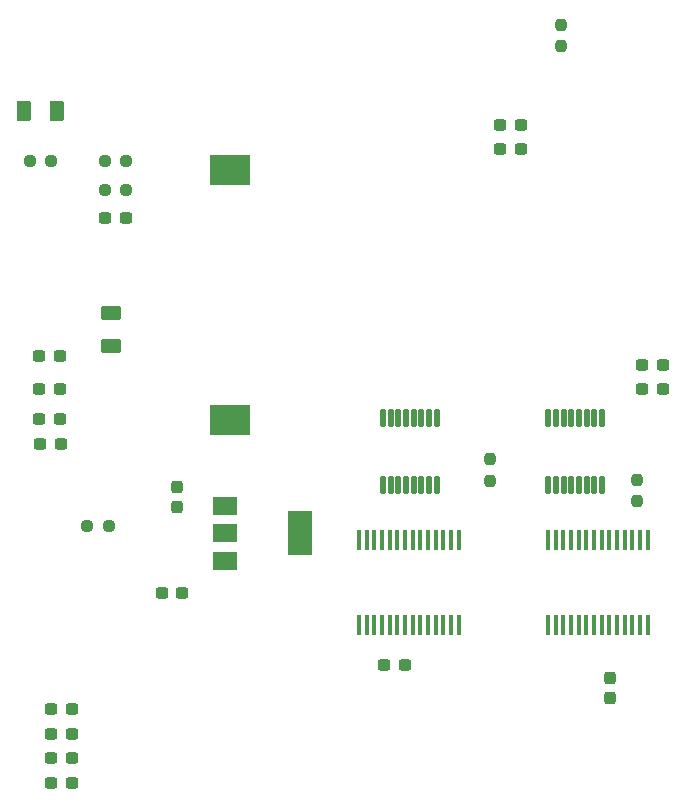
<source format=gtp>
%TF.GenerationSoftware,KiCad,Pcbnew,(5.99.0-13294-g19fc8c6d98)*%
%TF.CreationDate,2021-11-25T20:45:43+01:00*%
%TF.ProjectId,easyrelay,65617379-7265-46c6-9179-2e6b69636164,rev?*%
%TF.SameCoordinates,Original*%
%TF.FileFunction,Paste,Top*%
%TF.FilePolarity,Positive*%
%FSLAX46Y46*%
G04 Gerber Fmt 4.6, Leading zero omitted, Abs format (unit mm)*
G04 Created by KiCad (PCBNEW (5.99.0-13294-g19fc8c6d98)) date 2021-11-25 20:45:44*
%MOMM*%
%LPD*%
G01*
G04 APERTURE LIST*
G04 Aperture macros list*
%AMRoundRect*
0 Rectangle with rounded corners*
0 $1 Rounding radius*
0 $2 $3 $4 $5 $6 $7 $8 $9 X,Y pos of 4 corners*
0 Add a 4 corners polygon primitive as box body*
4,1,4,$2,$3,$4,$5,$6,$7,$8,$9,$2,$3,0*
0 Add four circle primitives for the rounded corners*
1,1,$1+$1,$2,$3*
1,1,$1+$1,$4,$5*
1,1,$1+$1,$6,$7*
1,1,$1+$1,$8,$9*
0 Add four rect primitives between the rounded corners*
20,1,$1+$1,$2,$3,$4,$5,0*
20,1,$1+$1,$4,$5,$6,$7,0*
20,1,$1+$1,$6,$7,$8,$9,0*
20,1,$1+$1,$8,$9,$2,$3,0*%
G04 Aperture macros list end*
%ADD10RoundRect,0.112500X0.112500X-0.637500X0.112500X0.637500X-0.112500X0.637500X-0.112500X-0.637500X0*%
%ADD11R,3.500000X2.600000*%
%ADD12RoundRect,0.237500X-0.250000X-0.237500X0.250000X-0.237500X0.250000X0.237500X-0.250000X0.237500X0*%
%ADD13RoundRect,0.237500X0.300000X0.237500X-0.300000X0.237500X-0.300000X-0.237500X0.300000X-0.237500X0*%
%ADD14RoundRect,0.237500X0.237500X-0.250000X0.237500X0.250000X-0.237500X0.250000X-0.237500X-0.250000X0*%
%ADD15RoundRect,0.237500X0.237500X-0.300000X0.237500X0.300000X-0.237500X0.300000X-0.237500X-0.300000X0*%
%ADD16RoundRect,0.237500X-0.237500X0.300000X-0.237500X-0.300000X0.237500X-0.300000X0.237500X0.300000X0*%
%ADD17R,0.450000X1.750000*%
%ADD18RoundRect,0.237500X0.250000X0.237500X-0.250000X0.237500X-0.250000X-0.237500X0.250000X-0.237500X0*%
%ADD19R,2.000000X1.500000*%
%ADD20R,2.000000X3.800000*%
%ADD21RoundRect,0.237500X-0.300000X-0.237500X0.300000X-0.237500X0.300000X0.237500X-0.300000X0.237500X0*%
%ADD22RoundRect,0.250000X-0.375000X-0.625000X0.375000X-0.625000X0.375000X0.625000X-0.375000X0.625000X0*%
%ADD23RoundRect,0.250000X-0.625000X0.375000X-0.625000X-0.375000X0.625000X-0.375000X0.625000X0.375000X0*%
G04 APERTURE END LIST*
D10*
%TO.C,U2*%
X156625000Y-91962500D03*
X157275000Y-91962500D03*
X157925000Y-91962500D03*
X158575000Y-91962500D03*
X159225000Y-91962500D03*
X159875000Y-91962500D03*
X160525000Y-91962500D03*
X161175000Y-91962500D03*
X161175000Y-86237500D03*
X160525000Y-86237500D03*
X159875000Y-86237500D03*
X159225000Y-86237500D03*
X158575000Y-86237500D03*
X157925000Y-86237500D03*
X157275000Y-86237500D03*
X156625000Y-86237500D03*
%TD*%
D11*
%TO.C,BT1*%
X129638000Y-86410000D03*
X129638000Y-65310000D03*
%TD*%
D12*
%TO.C,R2*%
X119073500Y-66961000D03*
X120898500Y-66961000D03*
%TD*%
D13*
%TO.C,C18*%
X116276500Y-115094000D03*
X114551500Y-115094000D03*
%TD*%
D14*
%TO.C,R8*%
X151650000Y-91612500D03*
X151650000Y-89787500D03*
%TD*%
D13*
%TO.C,C4*%
X125610000Y-101120000D03*
X123885000Y-101120000D03*
%TD*%
D15*
%TO.C,C5*%
X125180000Y-93822500D03*
X125180000Y-92097500D03*
%TD*%
D16*
%TO.C,C2*%
X161840000Y-108287500D03*
X161840000Y-110012500D03*
%TD*%
D17*
%TO.C,U9*%
X140575000Y-103800000D03*
X141225000Y-103800000D03*
X141875000Y-103800000D03*
X142525000Y-103800000D03*
X143175000Y-103800000D03*
X143825000Y-103800000D03*
X144475000Y-103800000D03*
X145125000Y-103800000D03*
X145775000Y-103800000D03*
X146425000Y-103800000D03*
X147075000Y-103800000D03*
X147725000Y-103800000D03*
X148375000Y-103800000D03*
X149025000Y-103800000D03*
X149025000Y-96600000D03*
X148375000Y-96600000D03*
X147725000Y-96600000D03*
X147075000Y-96600000D03*
X146425000Y-96600000D03*
X145775000Y-96600000D03*
X145125000Y-96600000D03*
X144475000Y-96600000D03*
X143825000Y-96600000D03*
X143175000Y-96600000D03*
X142525000Y-96600000D03*
X141875000Y-96600000D03*
X141225000Y-96600000D03*
X140575000Y-96600000D03*
%TD*%
D14*
%TO.C,R3*%
X164100009Y-93312489D03*
X164100009Y-91487489D03*
%TD*%
D18*
%TO.C,RV2*%
X119412500Y-95410000D03*
X117587500Y-95410000D03*
%TD*%
D19*
%TO.C,U3*%
X129282000Y-93744000D03*
D20*
X135582000Y-96044000D03*
D19*
X129282000Y-96044000D03*
X129282000Y-98344000D03*
%TD*%
D13*
%TO.C,C13*%
X115259834Y-86392000D03*
X113534834Y-86392000D03*
%TD*%
%TO.C,C14*%
X115332500Y-88500000D03*
X113607500Y-88500000D03*
%TD*%
D21*
%TO.C,C10*%
X113536166Y-81058000D03*
X115261166Y-81058000D03*
%TD*%
%TO.C,C12*%
X164589500Y-81820000D03*
X166314500Y-81820000D03*
%TD*%
D10*
%TO.C,U5*%
X142625000Y-91962500D03*
X143275000Y-91962500D03*
X143925000Y-91962500D03*
X144575000Y-91962500D03*
X145225000Y-91962500D03*
X145875000Y-91962500D03*
X146525000Y-91962500D03*
X147175000Y-91962500D03*
X147175000Y-86237500D03*
X146525000Y-86237500D03*
X145875000Y-86237500D03*
X145225000Y-86237500D03*
X144575000Y-86237500D03*
X143925000Y-86237500D03*
X143275000Y-86237500D03*
X142625000Y-86237500D03*
%TD*%
D13*
%TO.C,C15*%
X166314500Y-83819531D03*
X164589500Y-83819531D03*
%TD*%
D22*
%TO.C,F1*%
X112200000Y-60300000D03*
X115000000Y-60300000D03*
%TD*%
D18*
%TO.C,R1*%
X120898500Y-64548000D03*
X119073500Y-64548000D03*
%TD*%
D21*
%TO.C,C16*%
X114551500Y-110894000D03*
X116276500Y-110894000D03*
%TD*%
%TO.C,C17*%
X114551500Y-112994000D03*
X116276500Y-112994000D03*
%TD*%
D13*
%TO.C,C9*%
X154262500Y-61432000D03*
X152537500Y-61432000D03*
%TD*%
D21*
%TO.C,C8*%
X152537500Y-63532000D03*
X154262500Y-63532000D03*
%TD*%
%TO.C,C11*%
X113535500Y-83852000D03*
X115260500Y-83852000D03*
%TD*%
D18*
%TO.C,RV1*%
X114548500Y-64548000D03*
X112723500Y-64548000D03*
%TD*%
D17*
%TO.C,U4*%
X156575000Y-103800000D03*
X157225000Y-103800000D03*
X157875000Y-103800000D03*
X158525000Y-103800000D03*
X159175000Y-103800000D03*
X159825000Y-103800000D03*
X160475000Y-103800000D03*
X161125000Y-103800000D03*
X161775000Y-103800000D03*
X162425000Y-103800000D03*
X163075000Y-103800000D03*
X163725000Y-103800000D03*
X164375000Y-103800000D03*
X165025000Y-103800000D03*
X165025000Y-96600000D03*
X164375000Y-96600000D03*
X163725000Y-96600000D03*
X163075000Y-96600000D03*
X162425000Y-96600000D03*
X161775000Y-96600000D03*
X161125000Y-96600000D03*
X160475000Y-96600000D03*
X159825000Y-96600000D03*
X159175000Y-96600000D03*
X158525000Y-96600000D03*
X157875000Y-96600000D03*
X157225000Y-96600000D03*
X156575000Y-96600000D03*
%TD*%
D21*
%TO.C,C3*%
X119123500Y-69374000D03*
X120848500Y-69374000D03*
%TD*%
%TO.C,C19*%
X114551500Y-117194000D03*
X116276500Y-117194000D03*
%TD*%
D23*
%TO.C,F2*%
X119600000Y-77400000D03*
X119600000Y-80200000D03*
%TD*%
D13*
%TO.C,C7*%
X144442500Y-107180000D03*
X142717500Y-107180000D03*
%TD*%
D14*
%TO.C,RV3*%
X157700000Y-54812500D03*
X157700000Y-52987500D03*
%TD*%
M02*

</source>
